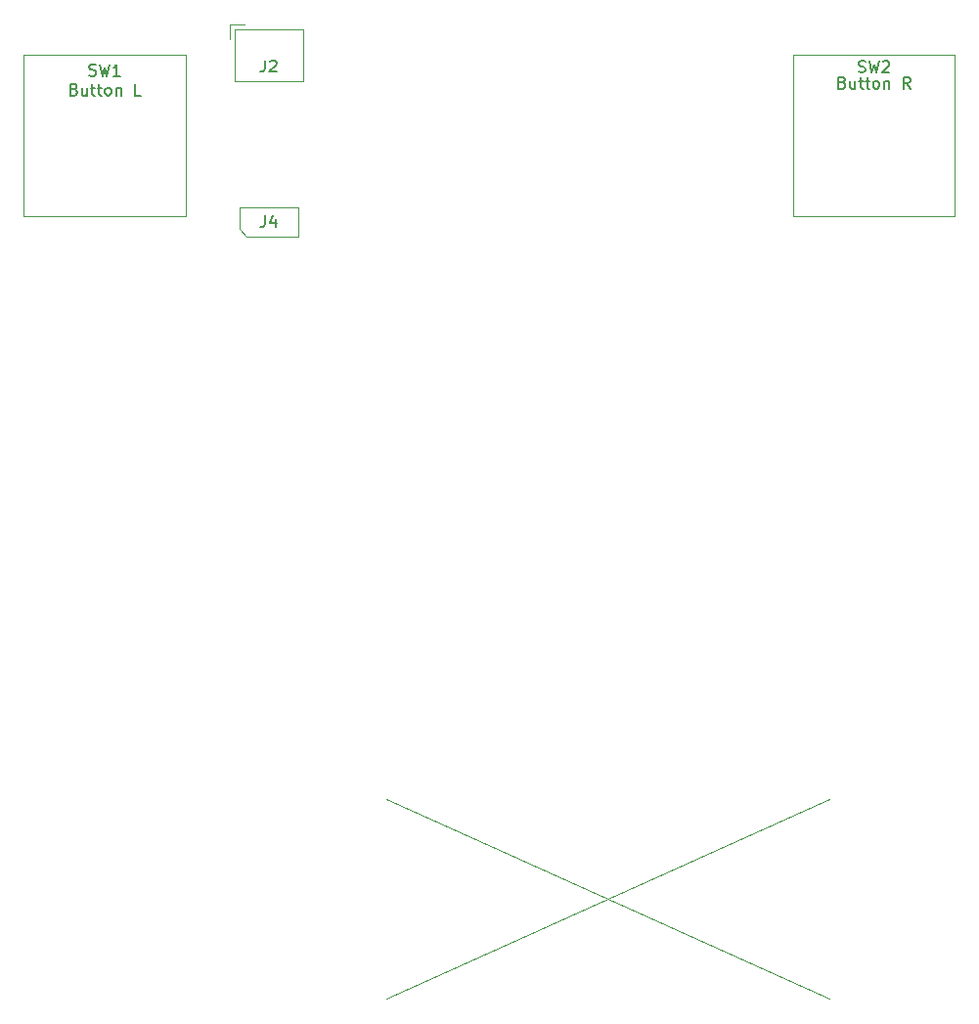
<source format=gbr>
%TF.GenerationSoftware,KiCad,Pcbnew,9.0.3*%
%TF.CreationDate,2025-07-16T18:33:31-04:00*%
%TF.ProjectId,board,626f6172-642e-46b6-9963-61645f706362,rev?*%
%TF.SameCoordinates,Original*%
%TF.FileFunction,AssemblyDrawing,Top*%
%FSLAX46Y46*%
G04 Gerber Fmt 4.6, Leading zero omitted, Abs format (unit mm)*
G04 Created by KiCad (PCBNEW 9.0.3) date 2025-07-16 18:33:31*
%MOMM*%
%LPD*%
G01*
G04 APERTURE LIST*
%ADD10C,0.150000*%
%ADD11C,0.100000*%
G04 APERTURE END LIST*
D10*
X43566667Y-23204819D02*
X43566667Y-23919104D01*
X43566667Y-23919104D02*
X43519048Y-24061961D01*
X43519048Y-24061961D02*
X43423810Y-24157200D01*
X43423810Y-24157200D02*
X43280953Y-24204819D01*
X43280953Y-24204819D02*
X43185715Y-24204819D01*
X43995239Y-23300057D02*
X44042858Y-23252438D01*
X44042858Y-23252438D02*
X44138096Y-23204819D01*
X44138096Y-23204819D02*
X44376191Y-23204819D01*
X44376191Y-23204819D02*
X44471429Y-23252438D01*
X44471429Y-23252438D02*
X44519048Y-23300057D01*
X44519048Y-23300057D02*
X44566667Y-23395295D01*
X44566667Y-23395295D02*
X44566667Y-23490533D01*
X44566667Y-23490533D02*
X44519048Y-23633390D01*
X44519048Y-23633390D02*
X43947620Y-24204819D01*
X43947620Y-24204819D02*
X44566667Y-24204819D01*
X43561667Y-36654819D02*
X43561667Y-37369104D01*
X43561667Y-37369104D02*
X43514048Y-37511961D01*
X43514048Y-37511961D02*
X43418810Y-37607200D01*
X43418810Y-37607200D02*
X43275953Y-37654819D01*
X43275953Y-37654819D02*
X43180715Y-37654819D01*
X44466429Y-36988152D02*
X44466429Y-37654819D01*
X44228334Y-36607200D02*
X43990239Y-37321485D01*
X43990239Y-37321485D02*
X44609286Y-37321485D01*
X27057142Y-25731009D02*
X27199999Y-25778628D01*
X27199999Y-25778628D02*
X27247618Y-25826247D01*
X27247618Y-25826247D02*
X27295237Y-25921485D01*
X27295237Y-25921485D02*
X27295237Y-26064342D01*
X27295237Y-26064342D02*
X27247618Y-26159580D01*
X27247618Y-26159580D02*
X27199999Y-26207200D01*
X27199999Y-26207200D02*
X27104761Y-26254819D01*
X27104761Y-26254819D02*
X26723809Y-26254819D01*
X26723809Y-26254819D02*
X26723809Y-25254819D01*
X26723809Y-25254819D02*
X27057142Y-25254819D01*
X27057142Y-25254819D02*
X27152380Y-25302438D01*
X27152380Y-25302438D02*
X27199999Y-25350057D01*
X27199999Y-25350057D02*
X27247618Y-25445295D01*
X27247618Y-25445295D02*
X27247618Y-25540533D01*
X27247618Y-25540533D02*
X27199999Y-25635771D01*
X27199999Y-25635771D02*
X27152380Y-25683390D01*
X27152380Y-25683390D02*
X27057142Y-25731009D01*
X27057142Y-25731009D02*
X26723809Y-25731009D01*
X28152380Y-25588152D02*
X28152380Y-26254819D01*
X27723809Y-25588152D02*
X27723809Y-26111961D01*
X27723809Y-26111961D02*
X27771428Y-26207200D01*
X27771428Y-26207200D02*
X27866666Y-26254819D01*
X27866666Y-26254819D02*
X28009523Y-26254819D01*
X28009523Y-26254819D02*
X28104761Y-26207200D01*
X28104761Y-26207200D02*
X28152380Y-26159580D01*
X28485714Y-25588152D02*
X28866666Y-25588152D01*
X28628571Y-25254819D02*
X28628571Y-26111961D01*
X28628571Y-26111961D02*
X28676190Y-26207200D01*
X28676190Y-26207200D02*
X28771428Y-26254819D01*
X28771428Y-26254819D02*
X28866666Y-26254819D01*
X29057143Y-25588152D02*
X29438095Y-25588152D01*
X29200000Y-25254819D02*
X29200000Y-26111961D01*
X29200000Y-26111961D02*
X29247619Y-26207200D01*
X29247619Y-26207200D02*
X29342857Y-26254819D01*
X29342857Y-26254819D02*
X29438095Y-26254819D01*
X29914286Y-26254819D02*
X29819048Y-26207200D01*
X29819048Y-26207200D02*
X29771429Y-26159580D01*
X29771429Y-26159580D02*
X29723810Y-26064342D01*
X29723810Y-26064342D02*
X29723810Y-25778628D01*
X29723810Y-25778628D02*
X29771429Y-25683390D01*
X29771429Y-25683390D02*
X29819048Y-25635771D01*
X29819048Y-25635771D02*
X29914286Y-25588152D01*
X29914286Y-25588152D02*
X30057143Y-25588152D01*
X30057143Y-25588152D02*
X30152381Y-25635771D01*
X30152381Y-25635771D02*
X30200000Y-25683390D01*
X30200000Y-25683390D02*
X30247619Y-25778628D01*
X30247619Y-25778628D02*
X30247619Y-26064342D01*
X30247619Y-26064342D02*
X30200000Y-26159580D01*
X30200000Y-26159580D02*
X30152381Y-26207200D01*
X30152381Y-26207200D02*
X30057143Y-26254819D01*
X30057143Y-26254819D02*
X29914286Y-26254819D01*
X30676191Y-25588152D02*
X30676191Y-26254819D01*
X30676191Y-25683390D02*
X30723810Y-25635771D01*
X30723810Y-25635771D02*
X30819048Y-25588152D01*
X30819048Y-25588152D02*
X30961905Y-25588152D01*
X30961905Y-25588152D02*
X31057143Y-25635771D01*
X31057143Y-25635771D02*
X31104762Y-25731009D01*
X31104762Y-25731009D02*
X31104762Y-26254819D01*
X32819048Y-26254819D02*
X32342858Y-26254819D01*
X32342858Y-26254819D02*
X32342858Y-25254819D01*
X28366667Y-24507200D02*
X28509524Y-24554819D01*
X28509524Y-24554819D02*
X28747619Y-24554819D01*
X28747619Y-24554819D02*
X28842857Y-24507200D01*
X28842857Y-24507200D02*
X28890476Y-24459580D01*
X28890476Y-24459580D02*
X28938095Y-24364342D01*
X28938095Y-24364342D02*
X28938095Y-24269104D01*
X28938095Y-24269104D02*
X28890476Y-24173866D01*
X28890476Y-24173866D02*
X28842857Y-24126247D01*
X28842857Y-24126247D02*
X28747619Y-24078628D01*
X28747619Y-24078628D02*
X28557143Y-24031009D01*
X28557143Y-24031009D02*
X28461905Y-23983390D01*
X28461905Y-23983390D02*
X28414286Y-23935771D01*
X28414286Y-23935771D02*
X28366667Y-23840533D01*
X28366667Y-23840533D02*
X28366667Y-23745295D01*
X28366667Y-23745295D02*
X28414286Y-23650057D01*
X28414286Y-23650057D02*
X28461905Y-23602438D01*
X28461905Y-23602438D02*
X28557143Y-23554819D01*
X28557143Y-23554819D02*
X28795238Y-23554819D01*
X28795238Y-23554819D02*
X28938095Y-23602438D01*
X29271429Y-23554819D02*
X29509524Y-24554819D01*
X29509524Y-24554819D02*
X29700000Y-23840533D01*
X29700000Y-23840533D02*
X29890476Y-24554819D01*
X29890476Y-24554819D02*
X30128572Y-23554819D01*
X31033333Y-24554819D02*
X30461905Y-24554819D01*
X30747619Y-24554819D02*
X30747619Y-23554819D01*
X30747619Y-23554819D02*
X30652381Y-23697676D01*
X30652381Y-23697676D02*
X30557143Y-23792914D01*
X30557143Y-23792914D02*
X30461905Y-23840533D01*
X93561904Y-25131009D02*
X93704761Y-25178628D01*
X93704761Y-25178628D02*
X93752380Y-25226247D01*
X93752380Y-25226247D02*
X93799999Y-25321485D01*
X93799999Y-25321485D02*
X93799999Y-25464342D01*
X93799999Y-25464342D02*
X93752380Y-25559580D01*
X93752380Y-25559580D02*
X93704761Y-25607200D01*
X93704761Y-25607200D02*
X93609523Y-25654819D01*
X93609523Y-25654819D02*
X93228571Y-25654819D01*
X93228571Y-25654819D02*
X93228571Y-24654819D01*
X93228571Y-24654819D02*
X93561904Y-24654819D01*
X93561904Y-24654819D02*
X93657142Y-24702438D01*
X93657142Y-24702438D02*
X93704761Y-24750057D01*
X93704761Y-24750057D02*
X93752380Y-24845295D01*
X93752380Y-24845295D02*
X93752380Y-24940533D01*
X93752380Y-24940533D02*
X93704761Y-25035771D01*
X93704761Y-25035771D02*
X93657142Y-25083390D01*
X93657142Y-25083390D02*
X93561904Y-25131009D01*
X93561904Y-25131009D02*
X93228571Y-25131009D01*
X94657142Y-24988152D02*
X94657142Y-25654819D01*
X94228571Y-24988152D02*
X94228571Y-25511961D01*
X94228571Y-25511961D02*
X94276190Y-25607200D01*
X94276190Y-25607200D02*
X94371428Y-25654819D01*
X94371428Y-25654819D02*
X94514285Y-25654819D01*
X94514285Y-25654819D02*
X94609523Y-25607200D01*
X94609523Y-25607200D02*
X94657142Y-25559580D01*
X94990476Y-24988152D02*
X95371428Y-24988152D01*
X95133333Y-24654819D02*
X95133333Y-25511961D01*
X95133333Y-25511961D02*
X95180952Y-25607200D01*
X95180952Y-25607200D02*
X95276190Y-25654819D01*
X95276190Y-25654819D02*
X95371428Y-25654819D01*
X95561905Y-24988152D02*
X95942857Y-24988152D01*
X95704762Y-24654819D02*
X95704762Y-25511961D01*
X95704762Y-25511961D02*
X95752381Y-25607200D01*
X95752381Y-25607200D02*
X95847619Y-25654819D01*
X95847619Y-25654819D02*
X95942857Y-25654819D01*
X96419048Y-25654819D02*
X96323810Y-25607200D01*
X96323810Y-25607200D02*
X96276191Y-25559580D01*
X96276191Y-25559580D02*
X96228572Y-25464342D01*
X96228572Y-25464342D02*
X96228572Y-25178628D01*
X96228572Y-25178628D02*
X96276191Y-25083390D01*
X96276191Y-25083390D02*
X96323810Y-25035771D01*
X96323810Y-25035771D02*
X96419048Y-24988152D01*
X96419048Y-24988152D02*
X96561905Y-24988152D01*
X96561905Y-24988152D02*
X96657143Y-25035771D01*
X96657143Y-25035771D02*
X96704762Y-25083390D01*
X96704762Y-25083390D02*
X96752381Y-25178628D01*
X96752381Y-25178628D02*
X96752381Y-25464342D01*
X96752381Y-25464342D02*
X96704762Y-25559580D01*
X96704762Y-25559580D02*
X96657143Y-25607200D01*
X96657143Y-25607200D02*
X96561905Y-25654819D01*
X96561905Y-25654819D02*
X96419048Y-25654819D01*
X97180953Y-24988152D02*
X97180953Y-25654819D01*
X97180953Y-25083390D02*
X97228572Y-25035771D01*
X97228572Y-25035771D02*
X97323810Y-24988152D01*
X97323810Y-24988152D02*
X97466667Y-24988152D01*
X97466667Y-24988152D02*
X97561905Y-25035771D01*
X97561905Y-25035771D02*
X97609524Y-25131009D01*
X97609524Y-25131009D02*
X97609524Y-25654819D01*
X99419048Y-25654819D02*
X99085715Y-25178628D01*
X98847620Y-25654819D02*
X98847620Y-24654819D01*
X98847620Y-24654819D02*
X99228572Y-24654819D01*
X99228572Y-24654819D02*
X99323810Y-24702438D01*
X99323810Y-24702438D02*
X99371429Y-24750057D01*
X99371429Y-24750057D02*
X99419048Y-24845295D01*
X99419048Y-24845295D02*
X99419048Y-24988152D01*
X99419048Y-24988152D02*
X99371429Y-25083390D01*
X99371429Y-25083390D02*
X99323810Y-25131009D01*
X99323810Y-25131009D02*
X99228572Y-25178628D01*
X99228572Y-25178628D02*
X98847620Y-25178628D01*
X94966667Y-24207200D02*
X95109524Y-24254819D01*
X95109524Y-24254819D02*
X95347619Y-24254819D01*
X95347619Y-24254819D02*
X95442857Y-24207200D01*
X95442857Y-24207200D02*
X95490476Y-24159580D01*
X95490476Y-24159580D02*
X95538095Y-24064342D01*
X95538095Y-24064342D02*
X95538095Y-23969104D01*
X95538095Y-23969104D02*
X95490476Y-23873866D01*
X95490476Y-23873866D02*
X95442857Y-23826247D01*
X95442857Y-23826247D02*
X95347619Y-23778628D01*
X95347619Y-23778628D02*
X95157143Y-23731009D01*
X95157143Y-23731009D02*
X95061905Y-23683390D01*
X95061905Y-23683390D02*
X95014286Y-23635771D01*
X95014286Y-23635771D02*
X94966667Y-23540533D01*
X94966667Y-23540533D02*
X94966667Y-23445295D01*
X94966667Y-23445295D02*
X95014286Y-23350057D01*
X95014286Y-23350057D02*
X95061905Y-23302438D01*
X95061905Y-23302438D02*
X95157143Y-23254819D01*
X95157143Y-23254819D02*
X95395238Y-23254819D01*
X95395238Y-23254819D02*
X95538095Y-23302438D01*
X95871429Y-23254819D02*
X96109524Y-24254819D01*
X96109524Y-24254819D02*
X96300000Y-23540533D01*
X96300000Y-23540533D02*
X96490476Y-24254819D01*
X96490476Y-24254819D02*
X96728572Y-23254819D01*
X97061905Y-23350057D02*
X97109524Y-23302438D01*
X97109524Y-23302438D02*
X97204762Y-23254819D01*
X97204762Y-23254819D02*
X97442857Y-23254819D01*
X97442857Y-23254819D02*
X97538095Y-23302438D01*
X97538095Y-23302438D02*
X97585714Y-23350057D01*
X97585714Y-23350057D02*
X97633333Y-23445295D01*
X97633333Y-23445295D02*
X97633333Y-23540533D01*
X97633333Y-23540533D02*
X97585714Y-23683390D01*
X97585714Y-23683390D02*
X97014286Y-24254819D01*
X97014286Y-24254819D02*
X97633333Y-24254819D01*
D11*
%TO.C,J2*%
X40540001Y-20140000D02*
X40540001Y-21390000D01*
X40950001Y-20550000D02*
X40950001Y-25050000D01*
X40950001Y-25050000D02*
X46850001Y-25050000D01*
X41790001Y-20140000D02*
X40540001Y-20140000D01*
X46850001Y-20550000D02*
X40950001Y-20550000D01*
X46850001Y-25050000D02*
X46850001Y-20550000D01*
%TO.C,J4*%
X41990000Y-38470000D02*
X41355000Y-37835000D01*
X46435000Y-38470000D02*
X41990000Y-38470000D01*
X41355000Y-37835000D02*
X41355000Y-35930000D01*
X41355000Y-35930000D02*
X46435000Y-35930000D01*
X46435000Y-35930000D02*
X46435000Y-38470000D01*
%TO.C,SW1*%
X36700000Y-36700000D02*
X36700000Y-22700000D01*
X36700000Y-22700000D02*
X22700000Y-22700000D01*
X22700000Y-22700000D02*
X22700000Y-36700000D01*
X22700000Y-36700000D02*
X36700000Y-36700000D01*
%TO.C,SW2*%
X89300000Y-36700000D02*
X103300000Y-36700000D01*
X89300000Y-22700000D02*
X89300000Y-36700000D01*
X103300000Y-22700000D02*
X89300000Y-22700000D01*
X103300000Y-36700000D02*
X103300000Y-22700000D01*
%TD*%
X54050000Y-87125000D02*
X92425000Y-104475000D01*
X54050000Y-104475000D02*
X92425000Y-87125000D01*
M02*

</source>
